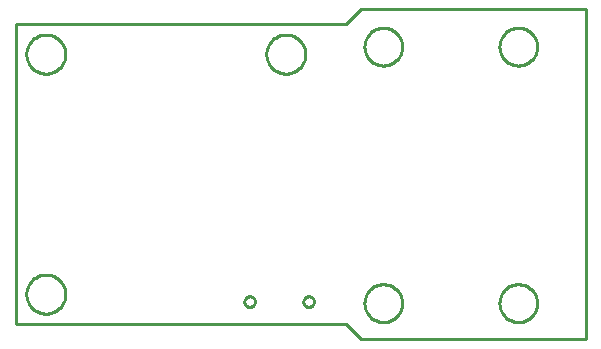
<source format=gko>
G04 EAGLE Gerber RS-274X export*
G75*
%MOMM*%
%FSLAX34Y34*%
%LPD*%
%IN*%
%IPPOS*%
%AMOC8*
5,1,8,0,0,1.08239X$1,22.5*%
G01*
%ADD10C,0.203200*%
%ADD11C,0.000000*%
%ADD12C,0.254000*%


D10*
X482600Y0D02*
X292100Y0D01*
X279400Y12700D01*
X0Y12700D01*
X0Y266700D01*
X279400Y266700D01*
X292100Y279400D01*
X482600Y279400D01*
X482600Y0D01*
D11*
X409450Y247650D02*
X409455Y248043D01*
X409469Y248435D01*
X409493Y248827D01*
X409527Y249218D01*
X409570Y249609D01*
X409623Y249998D01*
X409686Y250385D01*
X409757Y250771D01*
X409839Y251156D01*
X409929Y251538D01*
X410030Y251917D01*
X410139Y252295D01*
X410258Y252669D01*
X410385Y253040D01*
X410522Y253408D01*
X410668Y253773D01*
X410823Y254134D01*
X410986Y254491D01*
X411158Y254844D01*
X411339Y255192D01*
X411529Y255536D01*
X411726Y255876D01*
X411932Y256210D01*
X412146Y256539D01*
X412369Y256863D01*
X412599Y257181D01*
X412836Y257494D01*
X413082Y257800D01*
X413335Y258101D01*
X413595Y258395D01*
X413862Y258683D01*
X414136Y258964D01*
X414417Y259238D01*
X414705Y259505D01*
X414999Y259765D01*
X415300Y260018D01*
X415606Y260264D01*
X415919Y260501D01*
X416237Y260731D01*
X416561Y260954D01*
X416890Y261168D01*
X417224Y261374D01*
X417564Y261571D01*
X417908Y261761D01*
X418256Y261942D01*
X418609Y262114D01*
X418966Y262277D01*
X419327Y262432D01*
X419692Y262578D01*
X420060Y262715D01*
X420431Y262842D01*
X420805Y262961D01*
X421183Y263070D01*
X421562Y263171D01*
X421944Y263261D01*
X422329Y263343D01*
X422715Y263414D01*
X423102Y263477D01*
X423491Y263530D01*
X423882Y263573D01*
X424273Y263607D01*
X424665Y263631D01*
X425057Y263645D01*
X425450Y263650D01*
X425843Y263645D01*
X426235Y263631D01*
X426627Y263607D01*
X427018Y263573D01*
X427409Y263530D01*
X427798Y263477D01*
X428185Y263414D01*
X428571Y263343D01*
X428956Y263261D01*
X429338Y263171D01*
X429717Y263070D01*
X430095Y262961D01*
X430469Y262842D01*
X430840Y262715D01*
X431208Y262578D01*
X431573Y262432D01*
X431934Y262277D01*
X432291Y262114D01*
X432644Y261942D01*
X432992Y261761D01*
X433336Y261571D01*
X433676Y261374D01*
X434010Y261168D01*
X434339Y260954D01*
X434663Y260731D01*
X434981Y260501D01*
X435294Y260264D01*
X435600Y260018D01*
X435901Y259765D01*
X436195Y259505D01*
X436483Y259238D01*
X436764Y258964D01*
X437038Y258683D01*
X437305Y258395D01*
X437565Y258101D01*
X437818Y257800D01*
X438064Y257494D01*
X438301Y257181D01*
X438531Y256863D01*
X438754Y256539D01*
X438968Y256210D01*
X439174Y255876D01*
X439371Y255536D01*
X439561Y255192D01*
X439742Y254844D01*
X439914Y254491D01*
X440077Y254134D01*
X440232Y253773D01*
X440378Y253408D01*
X440515Y253040D01*
X440642Y252669D01*
X440761Y252295D01*
X440870Y251917D01*
X440971Y251538D01*
X441061Y251156D01*
X441143Y250771D01*
X441214Y250385D01*
X441277Y249998D01*
X441330Y249609D01*
X441373Y249218D01*
X441407Y248827D01*
X441431Y248435D01*
X441445Y248043D01*
X441450Y247650D01*
X441445Y247257D01*
X441431Y246865D01*
X441407Y246473D01*
X441373Y246082D01*
X441330Y245691D01*
X441277Y245302D01*
X441214Y244915D01*
X441143Y244529D01*
X441061Y244144D01*
X440971Y243762D01*
X440870Y243383D01*
X440761Y243005D01*
X440642Y242631D01*
X440515Y242260D01*
X440378Y241892D01*
X440232Y241527D01*
X440077Y241166D01*
X439914Y240809D01*
X439742Y240456D01*
X439561Y240108D01*
X439371Y239764D01*
X439174Y239424D01*
X438968Y239090D01*
X438754Y238761D01*
X438531Y238437D01*
X438301Y238119D01*
X438064Y237806D01*
X437818Y237500D01*
X437565Y237199D01*
X437305Y236905D01*
X437038Y236617D01*
X436764Y236336D01*
X436483Y236062D01*
X436195Y235795D01*
X435901Y235535D01*
X435600Y235282D01*
X435294Y235036D01*
X434981Y234799D01*
X434663Y234569D01*
X434339Y234346D01*
X434010Y234132D01*
X433676Y233926D01*
X433336Y233729D01*
X432992Y233539D01*
X432644Y233358D01*
X432291Y233186D01*
X431934Y233023D01*
X431573Y232868D01*
X431208Y232722D01*
X430840Y232585D01*
X430469Y232458D01*
X430095Y232339D01*
X429717Y232230D01*
X429338Y232129D01*
X428956Y232039D01*
X428571Y231957D01*
X428185Y231886D01*
X427798Y231823D01*
X427409Y231770D01*
X427018Y231727D01*
X426627Y231693D01*
X426235Y231669D01*
X425843Y231655D01*
X425450Y231650D01*
X425057Y231655D01*
X424665Y231669D01*
X424273Y231693D01*
X423882Y231727D01*
X423491Y231770D01*
X423102Y231823D01*
X422715Y231886D01*
X422329Y231957D01*
X421944Y232039D01*
X421562Y232129D01*
X421183Y232230D01*
X420805Y232339D01*
X420431Y232458D01*
X420060Y232585D01*
X419692Y232722D01*
X419327Y232868D01*
X418966Y233023D01*
X418609Y233186D01*
X418256Y233358D01*
X417908Y233539D01*
X417564Y233729D01*
X417224Y233926D01*
X416890Y234132D01*
X416561Y234346D01*
X416237Y234569D01*
X415919Y234799D01*
X415606Y235036D01*
X415300Y235282D01*
X414999Y235535D01*
X414705Y235795D01*
X414417Y236062D01*
X414136Y236336D01*
X413862Y236617D01*
X413595Y236905D01*
X413335Y237199D01*
X413082Y237500D01*
X412836Y237806D01*
X412599Y238119D01*
X412369Y238437D01*
X412146Y238761D01*
X411932Y239090D01*
X411726Y239424D01*
X411529Y239764D01*
X411339Y240108D01*
X411158Y240456D01*
X410986Y240809D01*
X410823Y241166D01*
X410668Y241527D01*
X410522Y241892D01*
X410385Y242260D01*
X410258Y242631D01*
X410139Y243005D01*
X410030Y243383D01*
X409929Y243762D01*
X409839Y244144D01*
X409757Y244529D01*
X409686Y244915D01*
X409623Y245302D01*
X409570Y245691D01*
X409527Y246082D01*
X409493Y246473D01*
X409469Y246865D01*
X409455Y247257D01*
X409450Y247650D01*
X295150Y247650D02*
X295155Y248043D01*
X295169Y248435D01*
X295193Y248827D01*
X295227Y249218D01*
X295270Y249609D01*
X295323Y249998D01*
X295386Y250385D01*
X295457Y250771D01*
X295539Y251156D01*
X295629Y251538D01*
X295730Y251917D01*
X295839Y252295D01*
X295958Y252669D01*
X296085Y253040D01*
X296222Y253408D01*
X296368Y253773D01*
X296523Y254134D01*
X296686Y254491D01*
X296858Y254844D01*
X297039Y255192D01*
X297229Y255536D01*
X297426Y255876D01*
X297632Y256210D01*
X297846Y256539D01*
X298069Y256863D01*
X298299Y257181D01*
X298536Y257494D01*
X298782Y257800D01*
X299035Y258101D01*
X299295Y258395D01*
X299562Y258683D01*
X299836Y258964D01*
X300117Y259238D01*
X300405Y259505D01*
X300699Y259765D01*
X301000Y260018D01*
X301306Y260264D01*
X301619Y260501D01*
X301937Y260731D01*
X302261Y260954D01*
X302590Y261168D01*
X302924Y261374D01*
X303264Y261571D01*
X303608Y261761D01*
X303956Y261942D01*
X304309Y262114D01*
X304666Y262277D01*
X305027Y262432D01*
X305392Y262578D01*
X305760Y262715D01*
X306131Y262842D01*
X306505Y262961D01*
X306883Y263070D01*
X307262Y263171D01*
X307644Y263261D01*
X308029Y263343D01*
X308415Y263414D01*
X308802Y263477D01*
X309191Y263530D01*
X309582Y263573D01*
X309973Y263607D01*
X310365Y263631D01*
X310757Y263645D01*
X311150Y263650D01*
X311543Y263645D01*
X311935Y263631D01*
X312327Y263607D01*
X312718Y263573D01*
X313109Y263530D01*
X313498Y263477D01*
X313885Y263414D01*
X314271Y263343D01*
X314656Y263261D01*
X315038Y263171D01*
X315417Y263070D01*
X315795Y262961D01*
X316169Y262842D01*
X316540Y262715D01*
X316908Y262578D01*
X317273Y262432D01*
X317634Y262277D01*
X317991Y262114D01*
X318344Y261942D01*
X318692Y261761D01*
X319036Y261571D01*
X319376Y261374D01*
X319710Y261168D01*
X320039Y260954D01*
X320363Y260731D01*
X320681Y260501D01*
X320994Y260264D01*
X321300Y260018D01*
X321601Y259765D01*
X321895Y259505D01*
X322183Y259238D01*
X322464Y258964D01*
X322738Y258683D01*
X323005Y258395D01*
X323265Y258101D01*
X323518Y257800D01*
X323764Y257494D01*
X324001Y257181D01*
X324231Y256863D01*
X324454Y256539D01*
X324668Y256210D01*
X324874Y255876D01*
X325071Y255536D01*
X325261Y255192D01*
X325442Y254844D01*
X325614Y254491D01*
X325777Y254134D01*
X325932Y253773D01*
X326078Y253408D01*
X326215Y253040D01*
X326342Y252669D01*
X326461Y252295D01*
X326570Y251917D01*
X326671Y251538D01*
X326761Y251156D01*
X326843Y250771D01*
X326914Y250385D01*
X326977Y249998D01*
X327030Y249609D01*
X327073Y249218D01*
X327107Y248827D01*
X327131Y248435D01*
X327145Y248043D01*
X327150Y247650D01*
X327145Y247257D01*
X327131Y246865D01*
X327107Y246473D01*
X327073Y246082D01*
X327030Y245691D01*
X326977Y245302D01*
X326914Y244915D01*
X326843Y244529D01*
X326761Y244144D01*
X326671Y243762D01*
X326570Y243383D01*
X326461Y243005D01*
X326342Y242631D01*
X326215Y242260D01*
X326078Y241892D01*
X325932Y241527D01*
X325777Y241166D01*
X325614Y240809D01*
X325442Y240456D01*
X325261Y240108D01*
X325071Y239764D01*
X324874Y239424D01*
X324668Y239090D01*
X324454Y238761D01*
X324231Y238437D01*
X324001Y238119D01*
X323764Y237806D01*
X323518Y237500D01*
X323265Y237199D01*
X323005Y236905D01*
X322738Y236617D01*
X322464Y236336D01*
X322183Y236062D01*
X321895Y235795D01*
X321601Y235535D01*
X321300Y235282D01*
X320994Y235036D01*
X320681Y234799D01*
X320363Y234569D01*
X320039Y234346D01*
X319710Y234132D01*
X319376Y233926D01*
X319036Y233729D01*
X318692Y233539D01*
X318344Y233358D01*
X317991Y233186D01*
X317634Y233023D01*
X317273Y232868D01*
X316908Y232722D01*
X316540Y232585D01*
X316169Y232458D01*
X315795Y232339D01*
X315417Y232230D01*
X315038Y232129D01*
X314656Y232039D01*
X314271Y231957D01*
X313885Y231886D01*
X313498Y231823D01*
X313109Y231770D01*
X312718Y231727D01*
X312327Y231693D01*
X311935Y231669D01*
X311543Y231655D01*
X311150Y231650D01*
X310757Y231655D01*
X310365Y231669D01*
X309973Y231693D01*
X309582Y231727D01*
X309191Y231770D01*
X308802Y231823D01*
X308415Y231886D01*
X308029Y231957D01*
X307644Y232039D01*
X307262Y232129D01*
X306883Y232230D01*
X306505Y232339D01*
X306131Y232458D01*
X305760Y232585D01*
X305392Y232722D01*
X305027Y232868D01*
X304666Y233023D01*
X304309Y233186D01*
X303956Y233358D01*
X303608Y233539D01*
X303264Y233729D01*
X302924Y233926D01*
X302590Y234132D01*
X302261Y234346D01*
X301937Y234569D01*
X301619Y234799D01*
X301306Y235036D01*
X301000Y235282D01*
X300699Y235535D01*
X300405Y235795D01*
X300117Y236062D01*
X299836Y236336D01*
X299562Y236617D01*
X299295Y236905D01*
X299035Y237199D01*
X298782Y237500D01*
X298536Y237806D01*
X298299Y238119D01*
X298069Y238437D01*
X297846Y238761D01*
X297632Y239090D01*
X297426Y239424D01*
X297229Y239764D01*
X297039Y240108D01*
X296858Y240456D01*
X296686Y240809D01*
X296523Y241166D01*
X296368Y241527D01*
X296222Y241892D01*
X296085Y242260D01*
X295958Y242631D01*
X295839Y243005D01*
X295730Y243383D01*
X295629Y243762D01*
X295539Y244144D01*
X295457Y244529D01*
X295386Y244915D01*
X295323Y245302D01*
X295270Y245691D01*
X295227Y246082D01*
X295193Y246473D01*
X295169Y246865D01*
X295155Y247257D01*
X295150Y247650D01*
X212090Y241300D02*
X212095Y241705D01*
X212110Y242110D01*
X212135Y242515D01*
X212170Y242918D01*
X212214Y243321D01*
X212269Y243723D01*
X212333Y244123D01*
X212407Y244521D01*
X212491Y244917D01*
X212585Y245312D01*
X212688Y245703D01*
X212801Y246093D01*
X212923Y246479D01*
X213055Y246862D01*
X213196Y247242D01*
X213347Y247618D01*
X213506Y247991D01*
X213675Y248359D01*
X213853Y248723D01*
X214039Y249083D01*
X214235Y249438D01*
X214439Y249788D01*
X214651Y250133D01*
X214872Y250472D01*
X215102Y250807D01*
X215339Y251135D01*
X215584Y251457D01*
X215838Y251774D01*
X216098Y252084D01*
X216367Y252387D01*
X216643Y252684D01*
X216926Y252974D01*
X217216Y253257D01*
X217513Y253533D01*
X217816Y253802D01*
X218126Y254062D01*
X218443Y254316D01*
X218765Y254561D01*
X219093Y254798D01*
X219428Y255028D01*
X219767Y255249D01*
X220112Y255461D01*
X220462Y255665D01*
X220817Y255861D01*
X221177Y256047D01*
X221541Y256225D01*
X221909Y256394D01*
X222282Y256553D01*
X222658Y256704D01*
X223038Y256845D01*
X223421Y256977D01*
X223807Y257099D01*
X224197Y257212D01*
X224588Y257315D01*
X224983Y257409D01*
X225379Y257493D01*
X225777Y257567D01*
X226177Y257631D01*
X226579Y257686D01*
X226982Y257730D01*
X227385Y257765D01*
X227790Y257790D01*
X228195Y257805D01*
X228600Y257810D01*
X229005Y257805D01*
X229410Y257790D01*
X229815Y257765D01*
X230218Y257730D01*
X230621Y257686D01*
X231023Y257631D01*
X231423Y257567D01*
X231821Y257493D01*
X232217Y257409D01*
X232612Y257315D01*
X233003Y257212D01*
X233393Y257099D01*
X233779Y256977D01*
X234162Y256845D01*
X234542Y256704D01*
X234918Y256553D01*
X235291Y256394D01*
X235659Y256225D01*
X236023Y256047D01*
X236383Y255861D01*
X236738Y255665D01*
X237088Y255461D01*
X237433Y255249D01*
X237772Y255028D01*
X238107Y254798D01*
X238435Y254561D01*
X238757Y254316D01*
X239074Y254062D01*
X239384Y253802D01*
X239687Y253533D01*
X239984Y253257D01*
X240274Y252974D01*
X240557Y252684D01*
X240833Y252387D01*
X241102Y252084D01*
X241362Y251774D01*
X241616Y251457D01*
X241861Y251135D01*
X242098Y250807D01*
X242328Y250472D01*
X242549Y250133D01*
X242761Y249788D01*
X242965Y249438D01*
X243161Y249083D01*
X243347Y248723D01*
X243525Y248359D01*
X243694Y247991D01*
X243853Y247618D01*
X244004Y247242D01*
X244145Y246862D01*
X244277Y246479D01*
X244399Y246093D01*
X244512Y245703D01*
X244615Y245312D01*
X244709Y244917D01*
X244793Y244521D01*
X244867Y244123D01*
X244931Y243723D01*
X244986Y243321D01*
X245030Y242918D01*
X245065Y242515D01*
X245090Y242110D01*
X245105Y241705D01*
X245110Y241300D01*
X245105Y240895D01*
X245090Y240490D01*
X245065Y240085D01*
X245030Y239682D01*
X244986Y239279D01*
X244931Y238877D01*
X244867Y238477D01*
X244793Y238079D01*
X244709Y237683D01*
X244615Y237288D01*
X244512Y236897D01*
X244399Y236507D01*
X244277Y236121D01*
X244145Y235738D01*
X244004Y235358D01*
X243853Y234982D01*
X243694Y234609D01*
X243525Y234241D01*
X243347Y233877D01*
X243161Y233517D01*
X242965Y233162D01*
X242761Y232812D01*
X242549Y232467D01*
X242328Y232128D01*
X242098Y231793D01*
X241861Y231465D01*
X241616Y231143D01*
X241362Y230826D01*
X241102Y230516D01*
X240833Y230213D01*
X240557Y229916D01*
X240274Y229626D01*
X239984Y229343D01*
X239687Y229067D01*
X239384Y228798D01*
X239074Y228538D01*
X238757Y228284D01*
X238435Y228039D01*
X238107Y227802D01*
X237772Y227572D01*
X237433Y227351D01*
X237088Y227139D01*
X236738Y226935D01*
X236383Y226739D01*
X236023Y226553D01*
X235659Y226375D01*
X235291Y226206D01*
X234918Y226047D01*
X234542Y225896D01*
X234162Y225755D01*
X233779Y225623D01*
X233393Y225501D01*
X233003Y225388D01*
X232612Y225285D01*
X232217Y225191D01*
X231821Y225107D01*
X231423Y225033D01*
X231023Y224969D01*
X230621Y224914D01*
X230218Y224870D01*
X229815Y224835D01*
X229410Y224810D01*
X229005Y224795D01*
X228600Y224790D01*
X228195Y224795D01*
X227790Y224810D01*
X227385Y224835D01*
X226982Y224870D01*
X226579Y224914D01*
X226177Y224969D01*
X225777Y225033D01*
X225379Y225107D01*
X224983Y225191D01*
X224588Y225285D01*
X224197Y225388D01*
X223807Y225501D01*
X223421Y225623D01*
X223038Y225755D01*
X222658Y225896D01*
X222282Y226047D01*
X221909Y226206D01*
X221541Y226375D01*
X221177Y226553D01*
X220817Y226739D01*
X220462Y226935D01*
X220112Y227139D01*
X219767Y227351D01*
X219428Y227572D01*
X219093Y227802D01*
X218765Y228039D01*
X218443Y228284D01*
X218126Y228538D01*
X217816Y228798D01*
X217513Y229067D01*
X217216Y229343D01*
X216926Y229626D01*
X216643Y229916D01*
X216367Y230213D01*
X216098Y230516D01*
X215838Y230826D01*
X215584Y231143D01*
X215339Y231465D01*
X215102Y231793D01*
X214872Y232128D01*
X214651Y232467D01*
X214439Y232812D01*
X214235Y233162D01*
X214039Y233517D01*
X213853Y233877D01*
X213675Y234241D01*
X213506Y234609D01*
X213347Y234982D01*
X213196Y235358D01*
X213055Y235738D01*
X212923Y236121D01*
X212801Y236507D01*
X212688Y236897D01*
X212585Y237288D01*
X212491Y237683D01*
X212407Y238079D01*
X212333Y238477D01*
X212269Y238877D01*
X212214Y239279D01*
X212170Y239682D01*
X212135Y240085D01*
X212110Y240490D01*
X212095Y240895D01*
X212090Y241300D01*
X8890Y38100D02*
X8895Y38505D01*
X8910Y38910D01*
X8935Y39315D01*
X8970Y39718D01*
X9014Y40121D01*
X9069Y40523D01*
X9133Y40923D01*
X9207Y41321D01*
X9291Y41717D01*
X9385Y42112D01*
X9488Y42503D01*
X9601Y42893D01*
X9723Y43279D01*
X9855Y43662D01*
X9996Y44042D01*
X10147Y44418D01*
X10306Y44791D01*
X10475Y45159D01*
X10653Y45523D01*
X10839Y45883D01*
X11035Y46238D01*
X11239Y46588D01*
X11451Y46933D01*
X11672Y47272D01*
X11902Y47607D01*
X12139Y47935D01*
X12384Y48257D01*
X12638Y48574D01*
X12898Y48884D01*
X13167Y49187D01*
X13443Y49484D01*
X13726Y49774D01*
X14016Y50057D01*
X14313Y50333D01*
X14616Y50602D01*
X14926Y50862D01*
X15243Y51116D01*
X15565Y51361D01*
X15893Y51598D01*
X16228Y51828D01*
X16567Y52049D01*
X16912Y52261D01*
X17262Y52465D01*
X17617Y52661D01*
X17977Y52847D01*
X18341Y53025D01*
X18709Y53194D01*
X19082Y53353D01*
X19458Y53504D01*
X19838Y53645D01*
X20221Y53777D01*
X20607Y53899D01*
X20997Y54012D01*
X21388Y54115D01*
X21783Y54209D01*
X22179Y54293D01*
X22577Y54367D01*
X22977Y54431D01*
X23379Y54486D01*
X23782Y54530D01*
X24185Y54565D01*
X24590Y54590D01*
X24995Y54605D01*
X25400Y54610D01*
X25805Y54605D01*
X26210Y54590D01*
X26615Y54565D01*
X27018Y54530D01*
X27421Y54486D01*
X27823Y54431D01*
X28223Y54367D01*
X28621Y54293D01*
X29017Y54209D01*
X29412Y54115D01*
X29803Y54012D01*
X30193Y53899D01*
X30579Y53777D01*
X30962Y53645D01*
X31342Y53504D01*
X31718Y53353D01*
X32091Y53194D01*
X32459Y53025D01*
X32823Y52847D01*
X33183Y52661D01*
X33538Y52465D01*
X33888Y52261D01*
X34233Y52049D01*
X34572Y51828D01*
X34907Y51598D01*
X35235Y51361D01*
X35557Y51116D01*
X35874Y50862D01*
X36184Y50602D01*
X36487Y50333D01*
X36784Y50057D01*
X37074Y49774D01*
X37357Y49484D01*
X37633Y49187D01*
X37902Y48884D01*
X38162Y48574D01*
X38416Y48257D01*
X38661Y47935D01*
X38898Y47607D01*
X39128Y47272D01*
X39349Y46933D01*
X39561Y46588D01*
X39765Y46238D01*
X39961Y45883D01*
X40147Y45523D01*
X40325Y45159D01*
X40494Y44791D01*
X40653Y44418D01*
X40804Y44042D01*
X40945Y43662D01*
X41077Y43279D01*
X41199Y42893D01*
X41312Y42503D01*
X41415Y42112D01*
X41509Y41717D01*
X41593Y41321D01*
X41667Y40923D01*
X41731Y40523D01*
X41786Y40121D01*
X41830Y39718D01*
X41865Y39315D01*
X41890Y38910D01*
X41905Y38505D01*
X41910Y38100D01*
X41905Y37695D01*
X41890Y37290D01*
X41865Y36885D01*
X41830Y36482D01*
X41786Y36079D01*
X41731Y35677D01*
X41667Y35277D01*
X41593Y34879D01*
X41509Y34483D01*
X41415Y34088D01*
X41312Y33697D01*
X41199Y33307D01*
X41077Y32921D01*
X40945Y32538D01*
X40804Y32158D01*
X40653Y31782D01*
X40494Y31409D01*
X40325Y31041D01*
X40147Y30677D01*
X39961Y30317D01*
X39765Y29962D01*
X39561Y29612D01*
X39349Y29267D01*
X39128Y28928D01*
X38898Y28593D01*
X38661Y28265D01*
X38416Y27943D01*
X38162Y27626D01*
X37902Y27316D01*
X37633Y27013D01*
X37357Y26716D01*
X37074Y26426D01*
X36784Y26143D01*
X36487Y25867D01*
X36184Y25598D01*
X35874Y25338D01*
X35557Y25084D01*
X35235Y24839D01*
X34907Y24602D01*
X34572Y24372D01*
X34233Y24151D01*
X33888Y23939D01*
X33538Y23735D01*
X33183Y23539D01*
X32823Y23353D01*
X32459Y23175D01*
X32091Y23006D01*
X31718Y22847D01*
X31342Y22696D01*
X30962Y22555D01*
X30579Y22423D01*
X30193Y22301D01*
X29803Y22188D01*
X29412Y22085D01*
X29017Y21991D01*
X28621Y21907D01*
X28223Y21833D01*
X27823Y21769D01*
X27421Y21714D01*
X27018Y21670D01*
X26615Y21635D01*
X26210Y21610D01*
X25805Y21595D01*
X25400Y21590D01*
X24995Y21595D01*
X24590Y21610D01*
X24185Y21635D01*
X23782Y21670D01*
X23379Y21714D01*
X22977Y21769D01*
X22577Y21833D01*
X22179Y21907D01*
X21783Y21991D01*
X21388Y22085D01*
X20997Y22188D01*
X20607Y22301D01*
X20221Y22423D01*
X19838Y22555D01*
X19458Y22696D01*
X19082Y22847D01*
X18709Y23006D01*
X18341Y23175D01*
X17977Y23353D01*
X17617Y23539D01*
X17262Y23735D01*
X16912Y23939D01*
X16567Y24151D01*
X16228Y24372D01*
X15893Y24602D01*
X15565Y24839D01*
X15243Y25084D01*
X14926Y25338D01*
X14616Y25598D01*
X14313Y25867D01*
X14016Y26143D01*
X13726Y26426D01*
X13443Y26716D01*
X13167Y27013D01*
X12898Y27316D01*
X12638Y27626D01*
X12384Y27943D01*
X12139Y28265D01*
X11902Y28593D01*
X11672Y28928D01*
X11451Y29267D01*
X11239Y29612D01*
X11035Y29962D01*
X10839Y30317D01*
X10653Y30677D01*
X10475Y31041D01*
X10306Y31409D01*
X10147Y31782D01*
X9996Y32158D01*
X9855Y32538D01*
X9723Y32921D01*
X9601Y33307D01*
X9488Y33697D01*
X9385Y34088D01*
X9291Y34483D01*
X9207Y34879D01*
X9133Y35277D01*
X9069Y35677D01*
X9014Y36079D01*
X8970Y36482D01*
X8935Y36885D01*
X8910Y37290D01*
X8895Y37695D01*
X8890Y38100D01*
X8890Y241300D02*
X8895Y241705D01*
X8910Y242110D01*
X8935Y242515D01*
X8970Y242918D01*
X9014Y243321D01*
X9069Y243723D01*
X9133Y244123D01*
X9207Y244521D01*
X9291Y244917D01*
X9385Y245312D01*
X9488Y245703D01*
X9601Y246093D01*
X9723Y246479D01*
X9855Y246862D01*
X9996Y247242D01*
X10147Y247618D01*
X10306Y247991D01*
X10475Y248359D01*
X10653Y248723D01*
X10839Y249083D01*
X11035Y249438D01*
X11239Y249788D01*
X11451Y250133D01*
X11672Y250472D01*
X11902Y250807D01*
X12139Y251135D01*
X12384Y251457D01*
X12638Y251774D01*
X12898Y252084D01*
X13167Y252387D01*
X13443Y252684D01*
X13726Y252974D01*
X14016Y253257D01*
X14313Y253533D01*
X14616Y253802D01*
X14926Y254062D01*
X15243Y254316D01*
X15565Y254561D01*
X15893Y254798D01*
X16228Y255028D01*
X16567Y255249D01*
X16912Y255461D01*
X17262Y255665D01*
X17617Y255861D01*
X17977Y256047D01*
X18341Y256225D01*
X18709Y256394D01*
X19082Y256553D01*
X19458Y256704D01*
X19838Y256845D01*
X20221Y256977D01*
X20607Y257099D01*
X20997Y257212D01*
X21388Y257315D01*
X21783Y257409D01*
X22179Y257493D01*
X22577Y257567D01*
X22977Y257631D01*
X23379Y257686D01*
X23782Y257730D01*
X24185Y257765D01*
X24590Y257790D01*
X24995Y257805D01*
X25400Y257810D01*
X25805Y257805D01*
X26210Y257790D01*
X26615Y257765D01*
X27018Y257730D01*
X27421Y257686D01*
X27823Y257631D01*
X28223Y257567D01*
X28621Y257493D01*
X29017Y257409D01*
X29412Y257315D01*
X29803Y257212D01*
X30193Y257099D01*
X30579Y256977D01*
X30962Y256845D01*
X31342Y256704D01*
X31718Y256553D01*
X32091Y256394D01*
X32459Y256225D01*
X32823Y256047D01*
X33183Y255861D01*
X33538Y255665D01*
X33888Y255461D01*
X34233Y255249D01*
X34572Y255028D01*
X34907Y254798D01*
X35235Y254561D01*
X35557Y254316D01*
X35874Y254062D01*
X36184Y253802D01*
X36487Y253533D01*
X36784Y253257D01*
X37074Y252974D01*
X37357Y252684D01*
X37633Y252387D01*
X37902Y252084D01*
X38162Y251774D01*
X38416Y251457D01*
X38661Y251135D01*
X38898Y250807D01*
X39128Y250472D01*
X39349Y250133D01*
X39561Y249788D01*
X39765Y249438D01*
X39961Y249083D01*
X40147Y248723D01*
X40325Y248359D01*
X40494Y247991D01*
X40653Y247618D01*
X40804Y247242D01*
X40945Y246862D01*
X41077Y246479D01*
X41199Y246093D01*
X41312Y245703D01*
X41415Y245312D01*
X41509Y244917D01*
X41593Y244521D01*
X41667Y244123D01*
X41731Y243723D01*
X41786Y243321D01*
X41830Y242918D01*
X41865Y242515D01*
X41890Y242110D01*
X41905Y241705D01*
X41910Y241300D01*
X41905Y240895D01*
X41890Y240490D01*
X41865Y240085D01*
X41830Y239682D01*
X41786Y239279D01*
X41731Y238877D01*
X41667Y238477D01*
X41593Y238079D01*
X41509Y237683D01*
X41415Y237288D01*
X41312Y236897D01*
X41199Y236507D01*
X41077Y236121D01*
X40945Y235738D01*
X40804Y235358D01*
X40653Y234982D01*
X40494Y234609D01*
X40325Y234241D01*
X40147Y233877D01*
X39961Y233517D01*
X39765Y233162D01*
X39561Y232812D01*
X39349Y232467D01*
X39128Y232128D01*
X38898Y231793D01*
X38661Y231465D01*
X38416Y231143D01*
X38162Y230826D01*
X37902Y230516D01*
X37633Y230213D01*
X37357Y229916D01*
X37074Y229626D01*
X36784Y229343D01*
X36487Y229067D01*
X36184Y228798D01*
X35874Y228538D01*
X35557Y228284D01*
X35235Y228039D01*
X34907Y227802D01*
X34572Y227572D01*
X34233Y227351D01*
X33888Y227139D01*
X33538Y226935D01*
X33183Y226739D01*
X32823Y226553D01*
X32459Y226375D01*
X32091Y226206D01*
X31718Y226047D01*
X31342Y225896D01*
X30962Y225755D01*
X30579Y225623D01*
X30193Y225501D01*
X29803Y225388D01*
X29412Y225285D01*
X29017Y225191D01*
X28621Y225107D01*
X28223Y225033D01*
X27823Y224969D01*
X27421Y224914D01*
X27018Y224870D01*
X26615Y224835D01*
X26210Y224810D01*
X25805Y224795D01*
X25400Y224790D01*
X24995Y224795D01*
X24590Y224810D01*
X24185Y224835D01*
X23782Y224870D01*
X23379Y224914D01*
X22977Y224969D01*
X22577Y225033D01*
X22179Y225107D01*
X21783Y225191D01*
X21388Y225285D01*
X20997Y225388D01*
X20607Y225501D01*
X20221Y225623D01*
X19838Y225755D01*
X19458Y225896D01*
X19082Y226047D01*
X18709Y226206D01*
X18341Y226375D01*
X17977Y226553D01*
X17617Y226739D01*
X17262Y226935D01*
X16912Y227139D01*
X16567Y227351D01*
X16228Y227572D01*
X15893Y227802D01*
X15565Y228039D01*
X15243Y228284D01*
X14926Y228538D01*
X14616Y228798D01*
X14313Y229067D01*
X14016Y229343D01*
X13726Y229626D01*
X13443Y229916D01*
X13167Y230213D01*
X12898Y230516D01*
X12638Y230826D01*
X12384Y231143D01*
X12139Y231465D01*
X11902Y231793D01*
X11672Y232128D01*
X11451Y232467D01*
X11239Y232812D01*
X11035Y233162D01*
X10839Y233517D01*
X10653Y233877D01*
X10475Y234241D01*
X10306Y234609D01*
X10147Y234982D01*
X9996Y235358D01*
X9855Y235738D01*
X9723Y236121D01*
X9601Y236507D01*
X9488Y236897D01*
X9385Y237288D01*
X9291Y237683D01*
X9207Y238079D01*
X9133Y238477D01*
X9069Y238877D01*
X9014Y239279D01*
X8970Y239682D01*
X8935Y240085D01*
X8910Y240490D01*
X8895Y240895D01*
X8890Y241300D01*
X295150Y30480D02*
X295155Y30873D01*
X295169Y31265D01*
X295193Y31657D01*
X295227Y32048D01*
X295270Y32439D01*
X295323Y32828D01*
X295386Y33215D01*
X295457Y33601D01*
X295539Y33986D01*
X295629Y34368D01*
X295730Y34747D01*
X295839Y35125D01*
X295958Y35499D01*
X296085Y35870D01*
X296222Y36238D01*
X296368Y36603D01*
X296523Y36964D01*
X296686Y37321D01*
X296858Y37674D01*
X297039Y38022D01*
X297229Y38366D01*
X297426Y38706D01*
X297632Y39040D01*
X297846Y39369D01*
X298069Y39693D01*
X298299Y40011D01*
X298536Y40324D01*
X298782Y40630D01*
X299035Y40931D01*
X299295Y41225D01*
X299562Y41513D01*
X299836Y41794D01*
X300117Y42068D01*
X300405Y42335D01*
X300699Y42595D01*
X301000Y42848D01*
X301306Y43094D01*
X301619Y43331D01*
X301937Y43561D01*
X302261Y43784D01*
X302590Y43998D01*
X302924Y44204D01*
X303264Y44401D01*
X303608Y44591D01*
X303956Y44772D01*
X304309Y44944D01*
X304666Y45107D01*
X305027Y45262D01*
X305392Y45408D01*
X305760Y45545D01*
X306131Y45672D01*
X306505Y45791D01*
X306883Y45900D01*
X307262Y46001D01*
X307644Y46091D01*
X308029Y46173D01*
X308415Y46244D01*
X308802Y46307D01*
X309191Y46360D01*
X309582Y46403D01*
X309973Y46437D01*
X310365Y46461D01*
X310757Y46475D01*
X311150Y46480D01*
X311543Y46475D01*
X311935Y46461D01*
X312327Y46437D01*
X312718Y46403D01*
X313109Y46360D01*
X313498Y46307D01*
X313885Y46244D01*
X314271Y46173D01*
X314656Y46091D01*
X315038Y46001D01*
X315417Y45900D01*
X315795Y45791D01*
X316169Y45672D01*
X316540Y45545D01*
X316908Y45408D01*
X317273Y45262D01*
X317634Y45107D01*
X317991Y44944D01*
X318344Y44772D01*
X318692Y44591D01*
X319036Y44401D01*
X319376Y44204D01*
X319710Y43998D01*
X320039Y43784D01*
X320363Y43561D01*
X320681Y43331D01*
X320994Y43094D01*
X321300Y42848D01*
X321601Y42595D01*
X321895Y42335D01*
X322183Y42068D01*
X322464Y41794D01*
X322738Y41513D01*
X323005Y41225D01*
X323265Y40931D01*
X323518Y40630D01*
X323764Y40324D01*
X324001Y40011D01*
X324231Y39693D01*
X324454Y39369D01*
X324668Y39040D01*
X324874Y38706D01*
X325071Y38366D01*
X325261Y38022D01*
X325442Y37674D01*
X325614Y37321D01*
X325777Y36964D01*
X325932Y36603D01*
X326078Y36238D01*
X326215Y35870D01*
X326342Y35499D01*
X326461Y35125D01*
X326570Y34747D01*
X326671Y34368D01*
X326761Y33986D01*
X326843Y33601D01*
X326914Y33215D01*
X326977Y32828D01*
X327030Y32439D01*
X327073Y32048D01*
X327107Y31657D01*
X327131Y31265D01*
X327145Y30873D01*
X327150Y30480D01*
X327145Y30087D01*
X327131Y29695D01*
X327107Y29303D01*
X327073Y28912D01*
X327030Y28521D01*
X326977Y28132D01*
X326914Y27745D01*
X326843Y27359D01*
X326761Y26974D01*
X326671Y26592D01*
X326570Y26213D01*
X326461Y25835D01*
X326342Y25461D01*
X326215Y25090D01*
X326078Y24722D01*
X325932Y24357D01*
X325777Y23996D01*
X325614Y23639D01*
X325442Y23286D01*
X325261Y22938D01*
X325071Y22594D01*
X324874Y22254D01*
X324668Y21920D01*
X324454Y21591D01*
X324231Y21267D01*
X324001Y20949D01*
X323764Y20636D01*
X323518Y20330D01*
X323265Y20029D01*
X323005Y19735D01*
X322738Y19447D01*
X322464Y19166D01*
X322183Y18892D01*
X321895Y18625D01*
X321601Y18365D01*
X321300Y18112D01*
X320994Y17866D01*
X320681Y17629D01*
X320363Y17399D01*
X320039Y17176D01*
X319710Y16962D01*
X319376Y16756D01*
X319036Y16559D01*
X318692Y16369D01*
X318344Y16188D01*
X317991Y16016D01*
X317634Y15853D01*
X317273Y15698D01*
X316908Y15552D01*
X316540Y15415D01*
X316169Y15288D01*
X315795Y15169D01*
X315417Y15060D01*
X315038Y14959D01*
X314656Y14869D01*
X314271Y14787D01*
X313885Y14716D01*
X313498Y14653D01*
X313109Y14600D01*
X312718Y14557D01*
X312327Y14523D01*
X311935Y14499D01*
X311543Y14485D01*
X311150Y14480D01*
X310757Y14485D01*
X310365Y14499D01*
X309973Y14523D01*
X309582Y14557D01*
X309191Y14600D01*
X308802Y14653D01*
X308415Y14716D01*
X308029Y14787D01*
X307644Y14869D01*
X307262Y14959D01*
X306883Y15060D01*
X306505Y15169D01*
X306131Y15288D01*
X305760Y15415D01*
X305392Y15552D01*
X305027Y15698D01*
X304666Y15853D01*
X304309Y16016D01*
X303956Y16188D01*
X303608Y16369D01*
X303264Y16559D01*
X302924Y16756D01*
X302590Y16962D01*
X302261Y17176D01*
X301937Y17399D01*
X301619Y17629D01*
X301306Y17866D01*
X301000Y18112D01*
X300699Y18365D01*
X300405Y18625D01*
X300117Y18892D01*
X299836Y19166D01*
X299562Y19447D01*
X299295Y19735D01*
X299035Y20029D01*
X298782Y20330D01*
X298536Y20636D01*
X298299Y20949D01*
X298069Y21267D01*
X297846Y21591D01*
X297632Y21920D01*
X297426Y22254D01*
X297229Y22594D01*
X297039Y22938D01*
X296858Y23286D01*
X296686Y23639D01*
X296523Y23996D01*
X296368Y24357D01*
X296222Y24722D01*
X296085Y25090D01*
X295958Y25461D01*
X295839Y25835D01*
X295730Y26213D01*
X295629Y26592D01*
X295539Y26974D01*
X295457Y27359D01*
X295386Y27745D01*
X295323Y28132D01*
X295270Y28521D01*
X295227Y28912D01*
X295193Y29303D01*
X295169Y29695D01*
X295155Y30087D01*
X295150Y30480D01*
X409450Y30480D02*
X409455Y30873D01*
X409469Y31265D01*
X409493Y31657D01*
X409527Y32048D01*
X409570Y32439D01*
X409623Y32828D01*
X409686Y33215D01*
X409757Y33601D01*
X409839Y33986D01*
X409929Y34368D01*
X410030Y34747D01*
X410139Y35125D01*
X410258Y35499D01*
X410385Y35870D01*
X410522Y36238D01*
X410668Y36603D01*
X410823Y36964D01*
X410986Y37321D01*
X411158Y37674D01*
X411339Y38022D01*
X411529Y38366D01*
X411726Y38706D01*
X411932Y39040D01*
X412146Y39369D01*
X412369Y39693D01*
X412599Y40011D01*
X412836Y40324D01*
X413082Y40630D01*
X413335Y40931D01*
X413595Y41225D01*
X413862Y41513D01*
X414136Y41794D01*
X414417Y42068D01*
X414705Y42335D01*
X414999Y42595D01*
X415300Y42848D01*
X415606Y43094D01*
X415919Y43331D01*
X416237Y43561D01*
X416561Y43784D01*
X416890Y43998D01*
X417224Y44204D01*
X417564Y44401D01*
X417908Y44591D01*
X418256Y44772D01*
X418609Y44944D01*
X418966Y45107D01*
X419327Y45262D01*
X419692Y45408D01*
X420060Y45545D01*
X420431Y45672D01*
X420805Y45791D01*
X421183Y45900D01*
X421562Y46001D01*
X421944Y46091D01*
X422329Y46173D01*
X422715Y46244D01*
X423102Y46307D01*
X423491Y46360D01*
X423882Y46403D01*
X424273Y46437D01*
X424665Y46461D01*
X425057Y46475D01*
X425450Y46480D01*
X425843Y46475D01*
X426235Y46461D01*
X426627Y46437D01*
X427018Y46403D01*
X427409Y46360D01*
X427798Y46307D01*
X428185Y46244D01*
X428571Y46173D01*
X428956Y46091D01*
X429338Y46001D01*
X429717Y45900D01*
X430095Y45791D01*
X430469Y45672D01*
X430840Y45545D01*
X431208Y45408D01*
X431573Y45262D01*
X431934Y45107D01*
X432291Y44944D01*
X432644Y44772D01*
X432992Y44591D01*
X433336Y44401D01*
X433676Y44204D01*
X434010Y43998D01*
X434339Y43784D01*
X434663Y43561D01*
X434981Y43331D01*
X435294Y43094D01*
X435600Y42848D01*
X435901Y42595D01*
X436195Y42335D01*
X436483Y42068D01*
X436764Y41794D01*
X437038Y41513D01*
X437305Y41225D01*
X437565Y40931D01*
X437818Y40630D01*
X438064Y40324D01*
X438301Y40011D01*
X438531Y39693D01*
X438754Y39369D01*
X438968Y39040D01*
X439174Y38706D01*
X439371Y38366D01*
X439561Y38022D01*
X439742Y37674D01*
X439914Y37321D01*
X440077Y36964D01*
X440232Y36603D01*
X440378Y36238D01*
X440515Y35870D01*
X440642Y35499D01*
X440761Y35125D01*
X440870Y34747D01*
X440971Y34368D01*
X441061Y33986D01*
X441143Y33601D01*
X441214Y33215D01*
X441277Y32828D01*
X441330Y32439D01*
X441373Y32048D01*
X441407Y31657D01*
X441431Y31265D01*
X441445Y30873D01*
X441450Y30480D01*
X441445Y30087D01*
X441431Y29695D01*
X441407Y29303D01*
X441373Y28912D01*
X441330Y28521D01*
X441277Y28132D01*
X441214Y27745D01*
X441143Y27359D01*
X441061Y26974D01*
X440971Y26592D01*
X440870Y26213D01*
X440761Y25835D01*
X440642Y25461D01*
X440515Y25090D01*
X440378Y24722D01*
X440232Y24357D01*
X440077Y23996D01*
X439914Y23639D01*
X439742Y23286D01*
X439561Y22938D01*
X439371Y22594D01*
X439174Y22254D01*
X438968Y21920D01*
X438754Y21591D01*
X438531Y21267D01*
X438301Y20949D01*
X438064Y20636D01*
X437818Y20330D01*
X437565Y20029D01*
X437305Y19735D01*
X437038Y19447D01*
X436764Y19166D01*
X436483Y18892D01*
X436195Y18625D01*
X435901Y18365D01*
X435600Y18112D01*
X435294Y17866D01*
X434981Y17629D01*
X434663Y17399D01*
X434339Y17176D01*
X434010Y16962D01*
X433676Y16756D01*
X433336Y16559D01*
X432992Y16369D01*
X432644Y16188D01*
X432291Y16016D01*
X431934Y15853D01*
X431573Y15698D01*
X431208Y15552D01*
X430840Y15415D01*
X430469Y15288D01*
X430095Y15169D01*
X429717Y15060D01*
X429338Y14959D01*
X428956Y14869D01*
X428571Y14787D01*
X428185Y14716D01*
X427798Y14653D01*
X427409Y14600D01*
X427018Y14557D01*
X426627Y14523D01*
X426235Y14499D01*
X425843Y14485D01*
X425450Y14480D01*
X425057Y14485D01*
X424665Y14499D01*
X424273Y14523D01*
X423882Y14557D01*
X423491Y14600D01*
X423102Y14653D01*
X422715Y14716D01*
X422329Y14787D01*
X421944Y14869D01*
X421562Y14959D01*
X421183Y15060D01*
X420805Y15169D01*
X420431Y15288D01*
X420060Y15415D01*
X419692Y15552D01*
X419327Y15698D01*
X418966Y15853D01*
X418609Y16016D01*
X418256Y16188D01*
X417908Y16369D01*
X417564Y16559D01*
X417224Y16756D01*
X416890Y16962D01*
X416561Y17176D01*
X416237Y17399D01*
X415919Y17629D01*
X415606Y17866D01*
X415300Y18112D01*
X414999Y18365D01*
X414705Y18625D01*
X414417Y18892D01*
X414136Y19166D01*
X413862Y19447D01*
X413595Y19735D01*
X413335Y20029D01*
X413082Y20330D01*
X412836Y20636D01*
X412599Y20949D01*
X412369Y21267D01*
X412146Y21591D01*
X411932Y21920D01*
X411726Y22254D01*
X411529Y22594D01*
X411339Y22938D01*
X411158Y23286D01*
X410986Y23639D01*
X410823Y23996D01*
X410668Y24357D01*
X410522Y24722D01*
X410385Y25090D01*
X410258Y25461D01*
X410139Y25835D01*
X410030Y26213D01*
X409929Y26592D01*
X409839Y26974D01*
X409757Y27359D01*
X409686Y27745D01*
X409623Y28132D01*
X409570Y28521D01*
X409527Y28912D01*
X409493Y29303D01*
X409469Y29695D01*
X409455Y30087D01*
X409450Y30480D01*
X193385Y31750D02*
X193387Y31884D01*
X193393Y32018D01*
X193403Y32151D01*
X193417Y32285D01*
X193435Y32418D01*
X193457Y32550D01*
X193482Y32681D01*
X193512Y32812D01*
X193546Y32942D01*
X193583Y33070D01*
X193624Y33198D01*
X193669Y33324D01*
X193718Y33449D01*
X193770Y33572D01*
X193826Y33694D01*
X193886Y33814D01*
X193949Y33932D01*
X194016Y34048D01*
X194086Y34162D01*
X194160Y34274D01*
X194237Y34384D01*
X194317Y34492D01*
X194400Y34597D01*
X194486Y34699D01*
X194575Y34799D01*
X194668Y34896D01*
X194763Y34991D01*
X194861Y35082D01*
X194961Y35171D01*
X195064Y35256D01*
X195170Y35339D01*
X195278Y35418D01*
X195388Y35494D01*
X195501Y35567D01*
X195616Y35636D01*
X195732Y35702D01*
X195851Y35764D01*
X195971Y35823D01*
X196094Y35878D01*
X196217Y35930D01*
X196342Y35977D01*
X196469Y36021D01*
X196597Y36062D01*
X196726Y36098D01*
X196856Y36131D01*
X196987Y36159D01*
X197118Y36184D01*
X197251Y36205D01*
X197384Y36222D01*
X197517Y36235D01*
X197651Y36244D01*
X197785Y36249D01*
X197919Y36250D01*
X198052Y36247D01*
X198186Y36240D01*
X198320Y36229D01*
X198453Y36214D01*
X198586Y36195D01*
X198718Y36172D01*
X198849Y36146D01*
X198979Y36115D01*
X199109Y36080D01*
X199237Y36042D01*
X199364Y36000D01*
X199490Y35954D01*
X199615Y35904D01*
X199738Y35851D01*
X199859Y35794D01*
X199979Y35733D01*
X200096Y35669D01*
X200212Y35602D01*
X200326Y35531D01*
X200437Y35456D01*
X200546Y35379D01*
X200653Y35298D01*
X200758Y35214D01*
X200859Y35127D01*
X200959Y35037D01*
X201055Y34944D01*
X201149Y34848D01*
X201240Y34749D01*
X201327Y34648D01*
X201412Y34544D01*
X201494Y34438D01*
X201572Y34330D01*
X201647Y34219D01*
X201719Y34106D01*
X201788Y33990D01*
X201853Y33873D01*
X201914Y33754D01*
X201972Y33633D01*
X202026Y33511D01*
X202077Y33387D01*
X202124Y33261D01*
X202167Y33134D01*
X202206Y33006D01*
X202242Y32877D01*
X202273Y32747D01*
X202301Y32616D01*
X202325Y32484D01*
X202345Y32351D01*
X202361Y32218D01*
X202373Y32085D01*
X202381Y31951D01*
X202385Y31817D01*
X202385Y31683D01*
X202381Y31549D01*
X202373Y31415D01*
X202361Y31282D01*
X202345Y31149D01*
X202325Y31016D01*
X202301Y30884D01*
X202273Y30753D01*
X202242Y30623D01*
X202206Y30494D01*
X202167Y30366D01*
X202124Y30239D01*
X202077Y30113D01*
X202026Y29989D01*
X201972Y29867D01*
X201914Y29746D01*
X201853Y29627D01*
X201788Y29510D01*
X201719Y29394D01*
X201647Y29281D01*
X201572Y29170D01*
X201494Y29062D01*
X201412Y28956D01*
X201327Y28852D01*
X201240Y28751D01*
X201149Y28652D01*
X201055Y28556D01*
X200959Y28463D01*
X200859Y28373D01*
X200758Y28286D01*
X200653Y28202D01*
X200546Y28121D01*
X200437Y28044D01*
X200326Y27969D01*
X200212Y27898D01*
X200096Y27831D01*
X199979Y27767D01*
X199859Y27706D01*
X199738Y27649D01*
X199615Y27596D01*
X199490Y27546D01*
X199364Y27500D01*
X199237Y27458D01*
X199109Y27420D01*
X198979Y27385D01*
X198849Y27354D01*
X198718Y27328D01*
X198586Y27305D01*
X198453Y27286D01*
X198320Y27271D01*
X198186Y27260D01*
X198052Y27253D01*
X197919Y27250D01*
X197785Y27251D01*
X197651Y27256D01*
X197517Y27265D01*
X197384Y27278D01*
X197251Y27295D01*
X197118Y27316D01*
X196987Y27341D01*
X196856Y27369D01*
X196726Y27402D01*
X196597Y27438D01*
X196469Y27479D01*
X196342Y27523D01*
X196217Y27570D01*
X196094Y27622D01*
X195971Y27677D01*
X195851Y27736D01*
X195732Y27798D01*
X195616Y27864D01*
X195501Y27933D01*
X195388Y28006D01*
X195278Y28082D01*
X195170Y28161D01*
X195064Y28244D01*
X194961Y28329D01*
X194861Y28418D01*
X194763Y28509D01*
X194668Y28604D01*
X194575Y28701D01*
X194486Y28801D01*
X194400Y28903D01*
X194317Y29008D01*
X194237Y29116D01*
X194160Y29226D01*
X194086Y29338D01*
X194016Y29452D01*
X193949Y29568D01*
X193886Y29686D01*
X193826Y29806D01*
X193770Y29928D01*
X193718Y30051D01*
X193669Y30176D01*
X193624Y30302D01*
X193583Y30430D01*
X193546Y30558D01*
X193512Y30688D01*
X193482Y30819D01*
X193457Y30950D01*
X193435Y31082D01*
X193417Y31215D01*
X193403Y31349D01*
X193393Y31482D01*
X193387Y31616D01*
X193385Y31750D01*
X243385Y31750D02*
X243387Y31884D01*
X243393Y32018D01*
X243403Y32151D01*
X243417Y32285D01*
X243435Y32418D01*
X243457Y32550D01*
X243482Y32681D01*
X243512Y32812D01*
X243546Y32942D01*
X243583Y33070D01*
X243624Y33198D01*
X243669Y33324D01*
X243718Y33449D01*
X243770Y33572D01*
X243826Y33694D01*
X243886Y33814D01*
X243949Y33932D01*
X244016Y34048D01*
X244086Y34162D01*
X244160Y34274D01*
X244237Y34384D01*
X244317Y34492D01*
X244400Y34597D01*
X244486Y34699D01*
X244575Y34799D01*
X244668Y34896D01*
X244763Y34991D01*
X244861Y35082D01*
X244961Y35171D01*
X245064Y35256D01*
X245170Y35339D01*
X245278Y35418D01*
X245388Y35494D01*
X245501Y35567D01*
X245616Y35636D01*
X245732Y35702D01*
X245851Y35764D01*
X245971Y35823D01*
X246094Y35878D01*
X246217Y35930D01*
X246342Y35977D01*
X246469Y36021D01*
X246597Y36062D01*
X246726Y36098D01*
X246856Y36131D01*
X246987Y36159D01*
X247118Y36184D01*
X247251Y36205D01*
X247384Y36222D01*
X247517Y36235D01*
X247651Y36244D01*
X247785Y36249D01*
X247919Y36250D01*
X248052Y36247D01*
X248186Y36240D01*
X248320Y36229D01*
X248453Y36214D01*
X248586Y36195D01*
X248718Y36172D01*
X248849Y36146D01*
X248979Y36115D01*
X249109Y36080D01*
X249237Y36042D01*
X249364Y36000D01*
X249490Y35954D01*
X249615Y35904D01*
X249738Y35851D01*
X249859Y35794D01*
X249979Y35733D01*
X250096Y35669D01*
X250212Y35602D01*
X250326Y35531D01*
X250437Y35456D01*
X250546Y35379D01*
X250653Y35298D01*
X250758Y35214D01*
X250859Y35127D01*
X250959Y35037D01*
X251055Y34944D01*
X251149Y34848D01*
X251240Y34749D01*
X251327Y34648D01*
X251412Y34544D01*
X251494Y34438D01*
X251572Y34330D01*
X251647Y34219D01*
X251719Y34106D01*
X251788Y33990D01*
X251853Y33873D01*
X251914Y33754D01*
X251972Y33633D01*
X252026Y33511D01*
X252077Y33387D01*
X252124Y33261D01*
X252167Y33134D01*
X252206Y33006D01*
X252242Y32877D01*
X252273Y32747D01*
X252301Y32616D01*
X252325Y32484D01*
X252345Y32351D01*
X252361Y32218D01*
X252373Y32085D01*
X252381Y31951D01*
X252385Y31817D01*
X252385Y31683D01*
X252381Y31549D01*
X252373Y31415D01*
X252361Y31282D01*
X252345Y31149D01*
X252325Y31016D01*
X252301Y30884D01*
X252273Y30753D01*
X252242Y30623D01*
X252206Y30494D01*
X252167Y30366D01*
X252124Y30239D01*
X252077Y30113D01*
X252026Y29989D01*
X251972Y29867D01*
X251914Y29746D01*
X251853Y29627D01*
X251788Y29510D01*
X251719Y29394D01*
X251647Y29281D01*
X251572Y29170D01*
X251494Y29062D01*
X251412Y28956D01*
X251327Y28852D01*
X251240Y28751D01*
X251149Y28652D01*
X251055Y28556D01*
X250959Y28463D01*
X250859Y28373D01*
X250758Y28286D01*
X250653Y28202D01*
X250546Y28121D01*
X250437Y28044D01*
X250326Y27969D01*
X250212Y27898D01*
X250096Y27831D01*
X249979Y27767D01*
X249859Y27706D01*
X249738Y27649D01*
X249615Y27596D01*
X249490Y27546D01*
X249364Y27500D01*
X249237Y27458D01*
X249109Y27420D01*
X248979Y27385D01*
X248849Y27354D01*
X248718Y27328D01*
X248586Y27305D01*
X248453Y27286D01*
X248320Y27271D01*
X248186Y27260D01*
X248052Y27253D01*
X247919Y27250D01*
X247785Y27251D01*
X247651Y27256D01*
X247517Y27265D01*
X247384Y27278D01*
X247251Y27295D01*
X247118Y27316D01*
X246987Y27341D01*
X246856Y27369D01*
X246726Y27402D01*
X246597Y27438D01*
X246469Y27479D01*
X246342Y27523D01*
X246217Y27570D01*
X246094Y27622D01*
X245971Y27677D01*
X245851Y27736D01*
X245732Y27798D01*
X245616Y27864D01*
X245501Y27933D01*
X245388Y28006D01*
X245278Y28082D01*
X245170Y28161D01*
X245064Y28244D01*
X244961Y28329D01*
X244861Y28418D01*
X244763Y28509D01*
X244668Y28604D01*
X244575Y28701D01*
X244486Y28801D01*
X244400Y28903D01*
X244317Y29008D01*
X244237Y29116D01*
X244160Y29226D01*
X244086Y29338D01*
X244016Y29452D01*
X243949Y29568D01*
X243886Y29686D01*
X243826Y29806D01*
X243770Y29928D01*
X243718Y30051D01*
X243669Y30176D01*
X243624Y30302D01*
X243583Y30430D01*
X243546Y30558D01*
X243512Y30688D01*
X243482Y30819D01*
X243457Y30950D01*
X243435Y31082D01*
X243417Y31215D01*
X243403Y31349D01*
X243393Y31482D01*
X243387Y31616D01*
X243385Y31750D01*
D12*
X0Y12700D02*
X279400Y12700D01*
X292100Y0D01*
X482600Y0D01*
X482600Y279400D01*
X292100Y279400D01*
X279400Y266700D01*
X0Y266700D01*
X0Y12700D01*
X409450Y248174D02*
X409519Y249219D01*
X409655Y250258D01*
X409860Y251285D01*
X410131Y252297D01*
X410467Y253289D01*
X410868Y254257D01*
X411332Y255196D01*
X411856Y256104D01*
X412438Y256975D01*
X413075Y257806D01*
X413766Y258593D01*
X414507Y259334D01*
X415294Y260025D01*
X416125Y260663D01*
X416996Y261245D01*
X417904Y261768D01*
X418843Y262232D01*
X419811Y262633D01*
X420803Y262969D01*
X421815Y263240D01*
X422842Y263445D01*
X423881Y263582D01*
X424926Y263650D01*
X425974Y263650D01*
X427019Y263582D01*
X428058Y263445D01*
X429085Y263240D01*
X430097Y262969D01*
X431089Y262633D01*
X432057Y262232D01*
X432996Y261768D01*
X433904Y261245D01*
X434775Y260663D01*
X435606Y260025D01*
X436393Y259334D01*
X437134Y258593D01*
X437825Y257806D01*
X438463Y256975D01*
X439045Y256104D01*
X439568Y255196D01*
X440032Y254257D01*
X440433Y253289D01*
X440769Y252297D01*
X441040Y251285D01*
X441245Y250258D01*
X441382Y249219D01*
X441450Y248174D01*
X441450Y247126D01*
X441382Y246081D01*
X441245Y245042D01*
X441040Y244015D01*
X440769Y243003D01*
X440433Y242011D01*
X440032Y241043D01*
X439568Y240104D01*
X439045Y239196D01*
X438463Y238325D01*
X437825Y237494D01*
X437134Y236707D01*
X436393Y235966D01*
X435606Y235275D01*
X434775Y234638D01*
X433904Y234056D01*
X432996Y233532D01*
X432057Y233068D01*
X431089Y232667D01*
X430097Y232331D01*
X429085Y232060D01*
X428058Y231855D01*
X427019Y231719D01*
X425974Y231650D01*
X424926Y231650D01*
X423881Y231719D01*
X422842Y231855D01*
X421815Y232060D01*
X420803Y232331D01*
X419811Y232667D01*
X418843Y233068D01*
X417904Y233532D01*
X416996Y234056D01*
X416125Y234638D01*
X415294Y235275D01*
X414507Y235966D01*
X413766Y236707D01*
X413075Y237494D01*
X412438Y238325D01*
X411856Y239196D01*
X411332Y240104D01*
X410868Y241043D01*
X410467Y242011D01*
X410131Y243003D01*
X409860Y244015D01*
X409655Y245042D01*
X409519Y246081D01*
X409450Y247126D01*
X409450Y248174D01*
X295150Y248174D02*
X295219Y249219D01*
X295355Y250258D01*
X295560Y251285D01*
X295831Y252297D01*
X296167Y253289D01*
X296568Y254257D01*
X297032Y255196D01*
X297556Y256104D01*
X298138Y256975D01*
X298775Y257806D01*
X299466Y258593D01*
X300207Y259334D01*
X300994Y260025D01*
X301825Y260663D01*
X302696Y261245D01*
X303604Y261768D01*
X304543Y262232D01*
X305511Y262633D01*
X306503Y262969D01*
X307515Y263240D01*
X308542Y263445D01*
X309581Y263582D01*
X310626Y263650D01*
X311674Y263650D01*
X312719Y263582D01*
X313758Y263445D01*
X314785Y263240D01*
X315797Y262969D01*
X316789Y262633D01*
X317757Y262232D01*
X318696Y261768D01*
X319604Y261245D01*
X320475Y260663D01*
X321306Y260025D01*
X322093Y259334D01*
X322834Y258593D01*
X323525Y257806D01*
X324163Y256975D01*
X324745Y256104D01*
X325268Y255196D01*
X325732Y254257D01*
X326133Y253289D01*
X326469Y252297D01*
X326740Y251285D01*
X326945Y250258D01*
X327082Y249219D01*
X327150Y248174D01*
X327150Y247126D01*
X327082Y246081D01*
X326945Y245042D01*
X326740Y244015D01*
X326469Y243003D01*
X326133Y242011D01*
X325732Y241043D01*
X325268Y240104D01*
X324745Y239196D01*
X324163Y238325D01*
X323525Y237494D01*
X322834Y236707D01*
X322093Y235966D01*
X321306Y235275D01*
X320475Y234638D01*
X319604Y234056D01*
X318696Y233532D01*
X317757Y233068D01*
X316789Y232667D01*
X315797Y232331D01*
X314785Y232060D01*
X313758Y231855D01*
X312719Y231719D01*
X311674Y231650D01*
X310626Y231650D01*
X309581Y231719D01*
X308542Y231855D01*
X307515Y232060D01*
X306503Y232331D01*
X305511Y232667D01*
X304543Y233068D01*
X303604Y233532D01*
X302696Y234056D01*
X301825Y234638D01*
X300994Y235275D01*
X300207Y235966D01*
X299466Y236707D01*
X298775Y237494D01*
X298138Y238325D01*
X297556Y239196D01*
X297032Y240104D01*
X296568Y241043D01*
X296167Y242011D01*
X295831Y243003D01*
X295560Y244015D01*
X295355Y245042D01*
X295219Y246081D01*
X295150Y247126D01*
X295150Y248174D01*
X229140Y257810D02*
X230219Y257739D01*
X231291Y257598D01*
X232351Y257387D01*
X233395Y257108D01*
X234419Y256760D01*
X235417Y256346D01*
X236387Y255868D01*
X237323Y255328D01*
X238222Y254727D01*
X239079Y254069D01*
X239892Y253357D01*
X240657Y252592D01*
X241369Y251779D01*
X242027Y250922D01*
X242628Y250023D01*
X243168Y249087D01*
X243646Y248117D01*
X244060Y247119D01*
X244408Y246095D01*
X244687Y245051D01*
X244898Y243991D01*
X245039Y242919D01*
X245110Y241840D01*
X245110Y240760D01*
X245039Y239681D01*
X244898Y238609D01*
X244687Y237549D01*
X244408Y236505D01*
X244060Y235481D01*
X243646Y234483D01*
X243168Y233513D01*
X242628Y232577D01*
X242027Y231678D01*
X241369Y230821D01*
X240657Y230008D01*
X239892Y229244D01*
X239079Y228531D01*
X238222Y227873D01*
X237323Y227272D01*
X236387Y226732D01*
X235417Y226254D01*
X234419Y225840D01*
X233395Y225492D01*
X232351Y225213D01*
X231291Y225002D01*
X230219Y224861D01*
X229140Y224790D01*
X228060Y224790D01*
X226981Y224861D01*
X225909Y225002D01*
X224849Y225213D01*
X223805Y225492D01*
X222781Y225840D01*
X221783Y226254D01*
X220813Y226732D01*
X219877Y227272D01*
X218978Y227873D01*
X218121Y228531D01*
X217308Y229244D01*
X216544Y230008D01*
X215831Y230821D01*
X215173Y231678D01*
X214572Y232577D01*
X214032Y233513D01*
X213554Y234483D01*
X213140Y235481D01*
X212792Y236505D01*
X212513Y237549D01*
X212302Y238609D01*
X212161Y239681D01*
X212090Y240760D01*
X212090Y241840D01*
X212161Y242919D01*
X212302Y243991D01*
X212513Y245051D01*
X212792Y246095D01*
X213140Y247119D01*
X213554Y248117D01*
X214032Y249087D01*
X214572Y250023D01*
X215173Y250922D01*
X215831Y251779D01*
X216544Y252592D01*
X217308Y253357D01*
X218121Y254069D01*
X218978Y254727D01*
X219877Y255328D01*
X220813Y255868D01*
X221783Y256346D01*
X222781Y256760D01*
X223805Y257108D01*
X224849Y257387D01*
X225909Y257598D01*
X226981Y257739D01*
X228060Y257810D01*
X229140Y257810D01*
X25940Y54610D02*
X27019Y54539D01*
X28091Y54398D01*
X29151Y54187D01*
X30195Y53908D01*
X31219Y53560D01*
X32217Y53146D01*
X33187Y52668D01*
X34123Y52128D01*
X35022Y51527D01*
X35879Y50869D01*
X36692Y50157D01*
X37457Y49392D01*
X38169Y48579D01*
X38827Y47722D01*
X39428Y46823D01*
X39968Y45887D01*
X40446Y44917D01*
X40860Y43919D01*
X41208Y42895D01*
X41487Y41851D01*
X41698Y40791D01*
X41839Y39719D01*
X41910Y38640D01*
X41910Y37560D01*
X41839Y36481D01*
X41698Y35409D01*
X41487Y34349D01*
X41208Y33305D01*
X40860Y32281D01*
X40446Y31283D01*
X39968Y30313D01*
X39428Y29377D01*
X38827Y28478D01*
X38169Y27621D01*
X37457Y26808D01*
X36692Y26044D01*
X35879Y25331D01*
X35022Y24673D01*
X34123Y24072D01*
X33187Y23532D01*
X32217Y23054D01*
X31219Y22640D01*
X30195Y22292D01*
X29151Y22013D01*
X28091Y21802D01*
X27019Y21661D01*
X25940Y21590D01*
X24860Y21590D01*
X23781Y21661D01*
X22709Y21802D01*
X21649Y22013D01*
X20605Y22292D01*
X19581Y22640D01*
X18583Y23054D01*
X17613Y23532D01*
X16677Y24072D01*
X15778Y24673D01*
X14921Y25331D01*
X14108Y26044D01*
X13344Y26808D01*
X12631Y27621D01*
X11973Y28478D01*
X11372Y29377D01*
X10832Y30313D01*
X10354Y31283D01*
X9940Y32281D01*
X9592Y33305D01*
X9313Y34349D01*
X9102Y35409D01*
X8961Y36481D01*
X8890Y37560D01*
X8890Y38640D01*
X8961Y39719D01*
X9102Y40791D01*
X9313Y41851D01*
X9592Y42895D01*
X9940Y43919D01*
X10354Y44917D01*
X10832Y45887D01*
X11372Y46823D01*
X11973Y47722D01*
X12631Y48579D01*
X13344Y49392D01*
X14108Y50157D01*
X14921Y50869D01*
X15778Y51527D01*
X16677Y52128D01*
X17613Y52668D01*
X18583Y53146D01*
X19581Y53560D01*
X20605Y53908D01*
X21649Y54187D01*
X22709Y54398D01*
X23781Y54539D01*
X24860Y54610D01*
X25940Y54610D01*
X25940Y257810D02*
X27019Y257739D01*
X28091Y257598D01*
X29151Y257387D01*
X30195Y257108D01*
X31219Y256760D01*
X32217Y256346D01*
X33187Y255868D01*
X34123Y255328D01*
X35022Y254727D01*
X35879Y254069D01*
X36692Y253357D01*
X37457Y252592D01*
X38169Y251779D01*
X38827Y250922D01*
X39428Y250023D01*
X39968Y249087D01*
X40446Y248117D01*
X40860Y247119D01*
X41208Y246095D01*
X41487Y245051D01*
X41698Y243991D01*
X41839Y242919D01*
X41910Y241840D01*
X41910Y240760D01*
X41839Y239681D01*
X41698Y238609D01*
X41487Y237549D01*
X41208Y236505D01*
X40860Y235481D01*
X40446Y234483D01*
X39968Y233513D01*
X39428Y232577D01*
X38827Y231678D01*
X38169Y230821D01*
X37457Y230008D01*
X36692Y229244D01*
X35879Y228531D01*
X35022Y227873D01*
X34123Y227272D01*
X33187Y226732D01*
X32217Y226254D01*
X31219Y225840D01*
X30195Y225492D01*
X29151Y225213D01*
X28091Y225002D01*
X27019Y224861D01*
X25940Y224790D01*
X24860Y224790D01*
X23781Y224861D01*
X22709Y225002D01*
X21649Y225213D01*
X20605Y225492D01*
X19581Y225840D01*
X18583Y226254D01*
X17613Y226732D01*
X16677Y227272D01*
X15778Y227873D01*
X14921Y228531D01*
X14108Y229244D01*
X13344Y230008D01*
X12631Y230821D01*
X11973Y231678D01*
X11372Y232577D01*
X10832Y233513D01*
X10354Y234483D01*
X9940Y235481D01*
X9592Y236505D01*
X9313Y237549D01*
X9102Y238609D01*
X8961Y239681D01*
X8890Y240760D01*
X8890Y241840D01*
X8961Y242919D01*
X9102Y243991D01*
X9313Y245051D01*
X9592Y246095D01*
X9940Y247119D01*
X10354Y248117D01*
X10832Y249087D01*
X11372Y250023D01*
X11973Y250922D01*
X12631Y251779D01*
X13344Y252592D01*
X14108Y253357D01*
X14921Y254069D01*
X15778Y254727D01*
X16677Y255328D01*
X17613Y255868D01*
X18583Y256346D01*
X19581Y256760D01*
X20605Y257108D01*
X21649Y257387D01*
X22709Y257598D01*
X23781Y257739D01*
X24860Y257810D01*
X25940Y257810D01*
X327150Y29956D02*
X327082Y28911D01*
X326945Y27872D01*
X326740Y26845D01*
X326469Y25833D01*
X326133Y24841D01*
X325732Y23873D01*
X325268Y22934D01*
X324745Y22026D01*
X324163Y21155D01*
X323525Y20324D01*
X322834Y19537D01*
X322093Y18796D01*
X321306Y18105D01*
X320475Y17468D01*
X319604Y16886D01*
X318696Y16362D01*
X317757Y15898D01*
X316789Y15497D01*
X315797Y15161D01*
X314785Y14890D01*
X313758Y14685D01*
X312719Y14549D01*
X311674Y14480D01*
X310626Y14480D01*
X309581Y14549D01*
X308542Y14685D01*
X307515Y14890D01*
X306503Y15161D01*
X305511Y15497D01*
X304543Y15898D01*
X303604Y16362D01*
X302696Y16886D01*
X301825Y17468D01*
X300994Y18105D01*
X300207Y18796D01*
X299466Y19537D01*
X298775Y20324D01*
X298138Y21155D01*
X297556Y22026D01*
X297032Y22934D01*
X296568Y23873D01*
X296167Y24841D01*
X295831Y25833D01*
X295560Y26845D01*
X295355Y27872D01*
X295219Y28911D01*
X295150Y29956D01*
X295150Y31004D01*
X295219Y32049D01*
X295355Y33088D01*
X295560Y34115D01*
X295831Y35127D01*
X296167Y36119D01*
X296568Y37087D01*
X297032Y38026D01*
X297556Y38934D01*
X298138Y39805D01*
X298775Y40636D01*
X299466Y41423D01*
X300207Y42164D01*
X300994Y42855D01*
X301825Y43493D01*
X302696Y44075D01*
X303604Y44598D01*
X304543Y45062D01*
X305511Y45463D01*
X306503Y45799D01*
X307515Y46070D01*
X308542Y46275D01*
X309581Y46412D01*
X310626Y46480D01*
X311674Y46480D01*
X312719Y46412D01*
X313758Y46275D01*
X314785Y46070D01*
X315797Y45799D01*
X316789Y45463D01*
X317757Y45062D01*
X318696Y44598D01*
X319604Y44075D01*
X320475Y43493D01*
X321306Y42855D01*
X322093Y42164D01*
X322834Y41423D01*
X323525Y40636D01*
X324163Y39805D01*
X324745Y38934D01*
X325268Y38026D01*
X325732Y37087D01*
X326133Y36119D01*
X326469Y35127D01*
X326740Y34115D01*
X326945Y33088D01*
X327082Y32049D01*
X327150Y31004D01*
X327150Y29956D01*
X441450Y29956D02*
X441382Y28911D01*
X441245Y27872D01*
X441040Y26845D01*
X440769Y25833D01*
X440433Y24841D01*
X440032Y23873D01*
X439568Y22934D01*
X439045Y22026D01*
X438463Y21155D01*
X437825Y20324D01*
X437134Y19537D01*
X436393Y18796D01*
X435606Y18105D01*
X434775Y17468D01*
X433904Y16886D01*
X432996Y16362D01*
X432057Y15898D01*
X431089Y15497D01*
X430097Y15161D01*
X429085Y14890D01*
X428058Y14685D01*
X427019Y14549D01*
X425974Y14480D01*
X424926Y14480D01*
X423881Y14549D01*
X422842Y14685D01*
X421815Y14890D01*
X420803Y15161D01*
X419811Y15497D01*
X418843Y15898D01*
X417904Y16362D01*
X416996Y16886D01*
X416125Y17468D01*
X415294Y18105D01*
X414507Y18796D01*
X413766Y19537D01*
X413075Y20324D01*
X412438Y21155D01*
X411856Y22026D01*
X411332Y22934D01*
X410868Y23873D01*
X410467Y24841D01*
X410131Y25833D01*
X409860Y26845D01*
X409655Y27872D01*
X409519Y28911D01*
X409450Y29956D01*
X409450Y31004D01*
X409519Y32049D01*
X409655Y33088D01*
X409860Y34115D01*
X410131Y35127D01*
X410467Y36119D01*
X410868Y37087D01*
X411332Y38026D01*
X411856Y38934D01*
X412438Y39805D01*
X413075Y40636D01*
X413766Y41423D01*
X414507Y42164D01*
X415294Y42855D01*
X416125Y43493D01*
X416996Y44075D01*
X417904Y44598D01*
X418843Y45062D01*
X419811Y45463D01*
X420803Y45799D01*
X421815Y46070D01*
X422842Y46275D01*
X423881Y46412D01*
X424926Y46480D01*
X425974Y46480D01*
X427019Y46412D01*
X428058Y46275D01*
X429085Y46070D01*
X430097Y45799D01*
X431089Y45463D01*
X432057Y45062D01*
X432996Y44598D01*
X433904Y44075D01*
X434775Y43493D01*
X435606Y42855D01*
X436393Y42164D01*
X437134Y41423D01*
X437825Y40636D01*
X438463Y39805D01*
X439045Y38934D01*
X439568Y38026D01*
X440032Y37087D01*
X440433Y36119D01*
X440769Y35127D01*
X441040Y34115D01*
X441245Y33088D01*
X441382Y32049D01*
X441450Y31004D01*
X441450Y29956D01*
X193385Y32045D02*
X193462Y32630D01*
X193615Y33200D01*
X193840Y33745D01*
X194135Y34255D01*
X194494Y34723D01*
X194912Y35141D01*
X195380Y35500D01*
X195890Y35795D01*
X196435Y36020D01*
X197005Y36173D01*
X197590Y36250D01*
X198180Y36250D01*
X198765Y36173D01*
X199335Y36020D01*
X199880Y35795D01*
X200390Y35500D01*
X200858Y35141D01*
X201276Y34723D01*
X201635Y34255D01*
X201930Y33745D01*
X202155Y33200D01*
X202308Y32630D01*
X202385Y32045D01*
X202385Y31455D01*
X202308Y30870D01*
X202155Y30300D01*
X201930Y29755D01*
X201635Y29245D01*
X201276Y28777D01*
X200858Y28359D01*
X200390Y28000D01*
X199880Y27705D01*
X199335Y27480D01*
X198765Y27327D01*
X198180Y27250D01*
X197590Y27250D01*
X197005Y27327D01*
X196435Y27480D01*
X195890Y27705D01*
X195380Y28000D01*
X194912Y28359D01*
X194494Y28777D01*
X194135Y29245D01*
X193840Y29755D01*
X193615Y30300D01*
X193462Y30870D01*
X193385Y31455D01*
X193385Y32045D01*
X243385Y32045D02*
X243462Y32630D01*
X243615Y33200D01*
X243840Y33745D01*
X244135Y34255D01*
X244494Y34723D01*
X244912Y35141D01*
X245380Y35500D01*
X245890Y35795D01*
X246435Y36020D01*
X247005Y36173D01*
X247590Y36250D01*
X248180Y36250D01*
X248765Y36173D01*
X249335Y36020D01*
X249880Y35795D01*
X250390Y35500D01*
X250858Y35141D01*
X251276Y34723D01*
X251635Y34255D01*
X251930Y33745D01*
X252155Y33200D01*
X252308Y32630D01*
X252385Y32045D01*
X252385Y31455D01*
X252308Y30870D01*
X252155Y30300D01*
X251930Y29755D01*
X251635Y29245D01*
X251276Y28777D01*
X250858Y28359D01*
X250390Y28000D01*
X249880Y27705D01*
X249335Y27480D01*
X248765Y27327D01*
X248180Y27250D01*
X247590Y27250D01*
X247005Y27327D01*
X246435Y27480D01*
X245890Y27705D01*
X245380Y28000D01*
X244912Y28359D01*
X244494Y28777D01*
X244135Y29245D01*
X243840Y29755D01*
X243615Y30300D01*
X243462Y30870D01*
X243385Y31455D01*
X243385Y32045D01*
M02*

</source>
